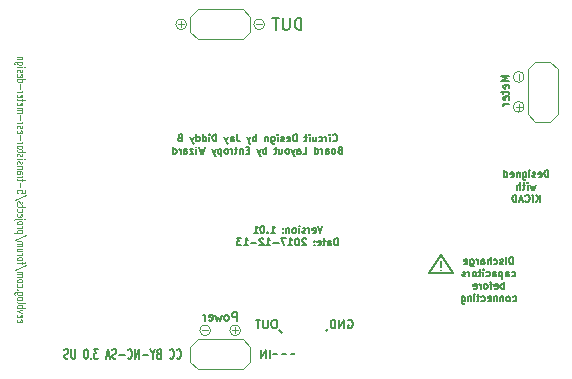
<source format=gbo>
G04 #@! TF.FileFunction,Legend,Bot*
%FSLAX46Y46*%
G04 Gerber Fmt 4.6, Leading zero omitted, Abs format (unit mm)*
G04 Created by KiCad (PCBNEW 4.0.6) date Wed Dec 13 01:07:51 2017*
%MOMM*%
%LPD*%
G01*
G04 APERTURE LIST*
%ADD10C,0.100000*%
%ADD11C,0.150000*%
%ADD12C,0.200000*%
%ADD13O,1.900000X1.300000*%
%ADD14R,1.900000X1.300000*%
%ADD15R,1.800000X1.800000*%
%ADD16C,1.800000*%
%ADD17C,4.200000*%
%ADD18C,1.400000*%
%ADD19R,1.400000X1.400000*%
%ADD20C,1.900000*%
%ADD21O,2.000000X1.900000*%
%ADD22O,1.900000X2.000000*%
%ADD23R,1.900000X1.900000*%
%ADD24O,1.900000X1.900000*%
%ADD25C,2.100000*%
%ADD26R,2.200000X2.200000*%
%ADD27C,2.200000*%
G04 APERTURE END LIST*
D10*
X137744905Y-93980000D02*
G75*
G03X137744905Y-93980000I-457905J0D01*
G01*
X137541000Y-93980000D02*
X137033000Y-93980000D01*
X131140905Y-93980000D02*
G75*
G03X131140905Y-93980000I-457905J0D01*
G01*
X130683000Y-93726000D02*
X130683000Y-94234000D01*
X130429000Y-93980000D02*
X130937000Y-93980000D01*
X132461000Y-119888000D02*
X132969000Y-119888000D01*
X133172905Y-119888000D02*
G75*
G03X133172905Y-119888000I-457905J0D01*
G01*
X135255000Y-120142000D02*
X135255000Y-119634000D01*
X135001000Y-119888000D02*
X135509000Y-119888000D01*
X135712905Y-119888000D02*
G75*
G03X135712905Y-119888000I-457905J0D01*
G01*
X159004000Y-100965000D02*
X159512000Y-100965000D01*
X159258000Y-100711000D02*
X159258000Y-101219000D01*
X159715905Y-100965000D02*
G75*
G03X159715905Y-100965000I-457905J0D01*
G01*
X159718852Y-98428346D02*
G75*
G03X159718852Y-98428346I-460498J0D01*
G01*
X159258000Y-98679000D02*
X159258000Y-98171000D01*
D11*
X140866667Y-94432381D02*
X140866667Y-93432381D01*
X140628572Y-93432381D01*
X140485714Y-93480000D01*
X140390476Y-93575238D01*
X140342857Y-93670476D01*
X140295238Y-93860952D01*
X140295238Y-94003810D01*
X140342857Y-94194286D01*
X140390476Y-94289524D01*
X140485714Y-94384762D01*
X140628572Y-94432381D01*
X140866667Y-94432381D01*
X139866667Y-93432381D02*
X139866667Y-94241905D01*
X139819048Y-94337143D01*
X139771429Y-94384762D01*
X139676191Y-94432381D01*
X139485714Y-94432381D01*
X139390476Y-94384762D01*
X139342857Y-94337143D01*
X139295238Y-94241905D01*
X139295238Y-93432381D01*
X138961905Y-93432381D02*
X138390476Y-93432381D01*
X138676191Y-94432381D02*
X138676191Y-93432381D01*
X142642857Y-111033429D02*
X142442857Y-111633429D01*
X142242857Y-111033429D01*
X141814285Y-111604857D02*
X141871428Y-111633429D01*
X141985714Y-111633429D01*
X142042857Y-111604857D01*
X142071428Y-111547714D01*
X142071428Y-111319143D01*
X142042857Y-111262000D01*
X141985714Y-111233429D01*
X141871428Y-111233429D01*
X141814285Y-111262000D01*
X141785714Y-111319143D01*
X141785714Y-111376286D01*
X142071428Y-111433429D01*
X141528571Y-111633429D02*
X141528571Y-111233429D01*
X141528571Y-111347714D02*
X141499999Y-111290571D01*
X141471428Y-111262000D01*
X141414285Y-111233429D01*
X141357142Y-111233429D01*
X141185713Y-111604857D02*
X141128570Y-111633429D01*
X141014285Y-111633429D01*
X140957142Y-111604857D01*
X140928570Y-111547714D01*
X140928570Y-111519143D01*
X140957142Y-111462000D01*
X141014285Y-111433429D01*
X141099999Y-111433429D01*
X141157142Y-111404857D01*
X141185713Y-111347714D01*
X141185713Y-111319143D01*
X141157142Y-111262000D01*
X141099999Y-111233429D01*
X141014285Y-111233429D01*
X140957142Y-111262000D01*
X140671428Y-111633429D02*
X140671428Y-111233429D01*
X140671428Y-111033429D02*
X140699999Y-111062000D01*
X140671428Y-111090571D01*
X140642856Y-111062000D01*
X140671428Y-111033429D01*
X140671428Y-111090571D01*
X140300000Y-111633429D02*
X140357142Y-111604857D01*
X140385714Y-111576286D01*
X140414285Y-111519143D01*
X140414285Y-111347714D01*
X140385714Y-111290571D01*
X140357142Y-111262000D01*
X140300000Y-111233429D01*
X140214285Y-111233429D01*
X140157142Y-111262000D01*
X140128571Y-111290571D01*
X140100000Y-111347714D01*
X140100000Y-111519143D01*
X140128571Y-111576286D01*
X140157142Y-111604857D01*
X140214285Y-111633429D01*
X140300000Y-111633429D01*
X139842857Y-111233429D02*
X139842857Y-111633429D01*
X139842857Y-111290571D02*
X139814285Y-111262000D01*
X139757143Y-111233429D01*
X139671428Y-111233429D01*
X139614285Y-111262000D01*
X139585714Y-111319143D01*
X139585714Y-111633429D01*
X139300000Y-111576286D02*
X139271428Y-111604857D01*
X139300000Y-111633429D01*
X139328571Y-111604857D01*
X139300000Y-111576286D01*
X139300000Y-111633429D01*
X139300000Y-111262000D02*
X139271428Y-111290571D01*
X139300000Y-111319143D01*
X139328571Y-111290571D01*
X139300000Y-111262000D01*
X139300000Y-111319143D01*
X138242857Y-111633429D02*
X138585714Y-111633429D01*
X138414286Y-111633429D02*
X138414286Y-111033429D01*
X138471429Y-111119143D01*
X138528571Y-111176286D01*
X138585714Y-111204857D01*
X137985714Y-111576286D02*
X137957142Y-111604857D01*
X137985714Y-111633429D01*
X138014285Y-111604857D01*
X137985714Y-111576286D01*
X137985714Y-111633429D01*
X137585714Y-111033429D02*
X137528571Y-111033429D01*
X137471428Y-111062000D01*
X137442857Y-111090571D01*
X137414286Y-111147714D01*
X137385714Y-111262000D01*
X137385714Y-111404857D01*
X137414286Y-111519143D01*
X137442857Y-111576286D01*
X137471428Y-111604857D01*
X137528571Y-111633429D01*
X137585714Y-111633429D01*
X137642857Y-111604857D01*
X137671428Y-111576286D01*
X137700000Y-111519143D01*
X137728571Y-111404857D01*
X137728571Y-111262000D01*
X137700000Y-111147714D01*
X137671428Y-111090571D01*
X137642857Y-111062000D01*
X137585714Y-111033429D01*
X136814285Y-111633429D02*
X137157142Y-111633429D01*
X136985714Y-111633429D02*
X136985714Y-111033429D01*
X137042857Y-111119143D01*
X137099999Y-111176286D01*
X137157142Y-111204857D01*
X143957144Y-112683429D02*
X143957144Y-112083429D01*
X143814287Y-112083429D01*
X143728572Y-112112000D01*
X143671430Y-112169143D01*
X143642858Y-112226286D01*
X143614287Y-112340571D01*
X143614287Y-112426286D01*
X143642858Y-112540571D01*
X143671430Y-112597714D01*
X143728572Y-112654857D01*
X143814287Y-112683429D01*
X143957144Y-112683429D01*
X143100001Y-112683429D02*
X143100001Y-112369143D01*
X143128572Y-112312000D01*
X143185715Y-112283429D01*
X143300001Y-112283429D01*
X143357144Y-112312000D01*
X143100001Y-112654857D02*
X143157144Y-112683429D01*
X143300001Y-112683429D01*
X143357144Y-112654857D01*
X143385715Y-112597714D01*
X143385715Y-112540571D01*
X143357144Y-112483429D01*
X143300001Y-112454857D01*
X143157144Y-112454857D01*
X143100001Y-112426286D01*
X142900001Y-112283429D02*
X142671430Y-112283429D01*
X142814287Y-112083429D02*
X142814287Y-112597714D01*
X142785715Y-112654857D01*
X142728573Y-112683429D01*
X142671430Y-112683429D01*
X142242858Y-112654857D02*
X142300001Y-112683429D01*
X142414287Y-112683429D01*
X142471430Y-112654857D01*
X142500001Y-112597714D01*
X142500001Y-112369143D01*
X142471430Y-112312000D01*
X142414287Y-112283429D01*
X142300001Y-112283429D01*
X142242858Y-112312000D01*
X142214287Y-112369143D01*
X142214287Y-112426286D01*
X142500001Y-112483429D01*
X141957144Y-112626286D02*
X141928572Y-112654857D01*
X141957144Y-112683429D01*
X141985715Y-112654857D01*
X141957144Y-112626286D01*
X141957144Y-112683429D01*
X141957144Y-112312000D02*
X141928572Y-112340571D01*
X141957144Y-112369143D01*
X141985715Y-112340571D01*
X141957144Y-112312000D01*
X141957144Y-112369143D01*
X141242858Y-112140571D02*
X141214287Y-112112000D01*
X141157144Y-112083429D01*
X141014287Y-112083429D01*
X140957144Y-112112000D01*
X140928573Y-112140571D01*
X140900001Y-112197714D01*
X140900001Y-112254857D01*
X140928573Y-112340571D01*
X141271430Y-112683429D01*
X140900001Y-112683429D01*
X140528572Y-112083429D02*
X140471429Y-112083429D01*
X140414286Y-112112000D01*
X140385715Y-112140571D01*
X140357144Y-112197714D01*
X140328572Y-112312000D01*
X140328572Y-112454857D01*
X140357144Y-112569143D01*
X140385715Y-112626286D01*
X140414286Y-112654857D01*
X140471429Y-112683429D01*
X140528572Y-112683429D01*
X140585715Y-112654857D01*
X140614286Y-112626286D01*
X140642858Y-112569143D01*
X140671429Y-112454857D01*
X140671429Y-112312000D01*
X140642858Y-112197714D01*
X140614286Y-112140571D01*
X140585715Y-112112000D01*
X140528572Y-112083429D01*
X139757143Y-112683429D02*
X140100000Y-112683429D01*
X139928572Y-112683429D02*
X139928572Y-112083429D01*
X139985715Y-112169143D01*
X140042857Y-112226286D01*
X140100000Y-112254857D01*
X139557143Y-112083429D02*
X139157143Y-112083429D01*
X139414286Y-112683429D01*
X138928571Y-112454857D02*
X138471428Y-112454857D01*
X137871428Y-112683429D02*
X138214285Y-112683429D01*
X138042857Y-112683429D02*
X138042857Y-112083429D01*
X138100000Y-112169143D01*
X138157142Y-112226286D01*
X138214285Y-112254857D01*
X137642856Y-112140571D02*
X137614285Y-112112000D01*
X137557142Y-112083429D01*
X137414285Y-112083429D01*
X137357142Y-112112000D01*
X137328571Y-112140571D01*
X137299999Y-112197714D01*
X137299999Y-112254857D01*
X137328571Y-112340571D01*
X137671428Y-112683429D01*
X137299999Y-112683429D01*
X137042856Y-112454857D02*
X136585713Y-112454857D01*
X135985713Y-112683429D02*
X136328570Y-112683429D01*
X136157142Y-112683429D02*
X136157142Y-112083429D01*
X136214285Y-112169143D01*
X136271427Y-112226286D01*
X136328570Y-112254857D01*
X135785713Y-112083429D02*
X135414284Y-112083429D01*
X135614284Y-112312000D01*
X135528570Y-112312000D01*
X135471427Y-112340571D01*
X135442856Y-112369143D01*
X135414284Y-112426286D01*
X135414284Y-112569143D01*
X135442856Y-112626286D01*
X135471427Y-112654857D01*
X135528570Y-112683429D01*
X135699998Y-112683429D01*
X135757141Y-112654857D01*
X135785713Y-112626286D01*
X158775143Y-114266429D02*
X158775143Y-113666429D01*
X158632286Y-113666429D01*
X158546571Y-113695000D01*
X158489429Y-113752143D01*
X158460857Y-113809286D01*
X158432286Y-113923571D01*
X158432286Y-114009286D01*
X158460857Y-114123571D01*
X158489429Y-114180714D01*
X158546571Y-114237857D01*
X158632286Y-114266429D01*
X158775143Y-114266429D01*
X158175143Y-114266429D02*
X158175143Y-113866429D01*
X158175143Y-113666429D02*
X158203714Y-113695000D01*
X158175143Y-113723571D01*
X158146571Y-113695000D01*
X158175143Y-113666429D01*
X158175143Y-113723571D01*
X157918000Y-114237857D02*
X157860857Y-114266429D01*
X157746572Y-114266429D01*
X157689429Y-114237857D01*
X157660857Y-114180714D01*
X157660857Y-114152143D01*
X157689429Y-114095000D01*
X157746572Y-114066429D01*
X157832286Y-114066429D01*
X157889429Y-114037857D01*
X157918000Y-113980714D01*
X157918000Y-113952143D01*
X157889429Y-113895000D01*
X157832286Y-113866429D01*
X157746572Y-113866429D01*
X157689429Y-113895000D01*
X157146572Y-114237857D02*
X157203715Y-114266429D01*
X157318001Y-114266429D01*
X157375143Y-114237857D01*
X157403715Y-114209286D01*
X157432286Y-114152143D01*
X157432286Y-113980714D01*
X157403715Y-113923571D01*
X157375143Y-113895000D01*
X157318001Y-113866429D01*
X157203715Y-113866429D01*
X157146572Y-113895000D01*
X156889429Y-114266429D02*
X156889429Y-113666429D01*
X156632286Y-114266429D02*
X156632286Y-113952143D01*
X156660857Y-113895000D01*
X156718000Y-113866429D01*
X156803715Y-113866429D01*
X156860857Y-113895000D01*
X156889429Y-113923571D01*
X156089429Y-114266429D02*
X156089429Y-113952143D01*
X156118000Y-113895000D01*
X156175143Y-113866429D01*
X156289429Y-113866429D01*
X156346572Y-113895000D01*
X156089429Y-114237857D02*
X156146572Y-114266429D01*
X156289429Y-114266429D01*
X156346572Y-114237857D01*
X156375143Y-114180714D01*
X156375143Y-114123571D01*
X156346572Y-114066429D01*
X156289429Y-114037857D01*
X156146572Y-114037857D01*
X156089429Y-114009286D01*
X155803715Y-114266429D02*
X155803715Y-113866429D01*
X155803715Y-113980714D02*
X155775143Y-113923571D01*
X155746572Y-113895000D01*
X155689429Y-113866429D01*
X155632286Y-113866429D01*
X155175143Y-113866429D02*
X155175143Y-114352143D01*
X155203714Y-114409286D01*
X155232286Y-114437857D01*
X155289429Y-114466429D01*
X155375143Y-114466429D01*
X155432286Y-114437857D01*
X155175143Y-114237857D02*
X155232286Y-114266429D01*
X155346572Y-114266429D01*
X155403714Y-114237857D01*
X155432286Y-114209286D01*
X155460857Y-114152143D01*
X155460857Y-113980714D01*
X155432286Y-113923571D01*
X155403714Y-113895000D01*
X155346572Y-113866429D01*
X155232286Y-113866429D01*
X155175143Y-113895000D01*
X154660857Y-114237857D02*
X154718000Y-114266429D01*
X154832286Y-114266429D01*
X154889429Y-114237857D01*
X154918000Y-114180714D01*
X154918000Y-113952143D01*
X154889429Y-113895000D01*
X154832286Y-113866429D01*
X154718000Y-113866429D01*
X154660857Y-113895000D01*
X154632286Y-113952143D01*
X154632286Y-114009286D01*
X154918000Y-114066429D01*
X158660857Y-115287857D02*
X158718000Y-115316429D01*
X158832286Y-115316429D01*
X158889428Y-115287857D01*
X158918000Y-115259286D01*
X158946571Y-115202143D01*
X158946571Y-115030714D01*
X158918000Y-114973571D01*
X158889428Y-114945000D01*
X158832286Y-114916429D01*
X158718000Y-114916429D01*
X158660857Y-114945000D01*
X158146571Y-115316429D02*
X158146571Y-115002143D01*
X158175142Y-114945000D01*
X158232285Y-114916429D01*
X158346571Y-114916429D01*
X158403714Y-114945000D01*
X158146571Y-115287857D02*
X158203714Y-115316429D01*
X158346571Y-115316429D01*
X158403714Y-115287857D01*
X158432285Y-115230714D01*
X158432285Y-115173571D01*
X158403714Y-115116429D01*
X158346571Y-115087857D01*
X158203714Y-115087857D01*
X158146571Y-115059286D01*
X157860857Y-114916429D02*
X157860857Y-115516429D01*
X157860857Y-114945000D02*
X157803714Y-114916429D01*
X157689428Y-114916429D01*
X157632285Y-114945000D01*
X157603714Y-114973571D01*
X157575143Y-115030714D01*
X157575143Y-115202143D01*
X157603714Y-115259286D01*
X157632285Y-115287857D01*
X157689428Y-115316429D01*
X157803714Y-115316429D01*
X157860857Y-115287857D01*
X157060857Y-115316429D02*
X157060857Y-115002143D01*
X157089428Y-114945000D01*
X157146571Y-114916429D01*
X157260857Y-114916429D01*
X157318000Y-114945000D01*
X157060857Y-115287857D02*
X157118000Y-115316429D01*
X157260857Y-115316429D01*
X157318000Y-115287857D01*
X157346571Y-115230714D01*
X157346571Y-115173571D01*
X157318000Y-115116429D01*
X157260857Y-115087857D01*
X157118000Y-115087857D01*
X157060857Y-115059286D01*
X156518000Y-115287857D02*
X156575143Y-115316429D01*
X156689429Y-115316429D01*
X156746571Y-115287857D01*
X156775143Y-115259286D01*
X156803714Y-115202143D01*
X156803714Y-115030714D01*
X156775143Y-114973571D01*
X156746571Y-114945000D01*
X156689429Y-114916429D01*
X156575143Y-114916429D01*
X156518000Y-114945000D01*
X156260857Y-115316429D02*
X156260857Y-114916429D01*
X156260857Y-114716429D02*
X156289428Y-114745000D01*
X156260857Y-114773571D01*
X156232285Y-114745000D01*
X156260857Y-114716429D01*
X156260857Y-114773571D01*
X156060857Y-114916429D02*
X155832286Y-114916429D01*
X155975143Y-114716429D02*
X155975143Y-115230714D01*
X155946571Y-115287857D01*
X155889429Y-115316429D01*
X155832286Y-115316429D01*
X155546572Y-115316429D02*
X155603714Y-115287857D01*
X155632286Y-115259286D01*
X155660857Y-115202143D01*
X155660857Y-115030714D01*
X155632286Y-114973571D01*
X155603714Y-114945000D01*
X155546572Y-114916429D01*
X155460857Y-114916429D01*
X155403714Y-114945000D01*
X155375143Y-114973571D01*
X155346572Y-115030714D01*
X155346572Y-115202143D01*
X155375143Y-115259286D01*
X155403714Y-115287857D01*
X155460857Y-115316429D01*
X155546572Y-115316429D01*
X155089429Y-115316429D02*
X155089429Y-114916429D01*
X155089429Y-115030714D02*
X155060857Y-114973571D01*
X155032286Y-114945000D01*
X154975143Y-114916429D01*
X154918000Y-114916429D01*
X154746571Y-115287857D02*
X154689428Y-115316429D01*
X154575143Y-115316429D01*
X154518000Y-115287857D01*
X154489428Y-115230714D01*
X154489428Y-115202143D01*
X154518000Y-115145000D01*
X154575143Y-115116429D01*
X154660857Y-115116429D01*
X154718000Y-115087857D01*
X154746571Y-115030714D01*
X154746571Y-115002143D01*
X154718000Y-114945000D01*
X154660857Y-114916429D01*
X154575143Y-114916429D01*
X154518000Y-114945000D01*
X157989429Y-116366429D02*
X157989429Y-115766429D01*
X157989429Y-115995000D02*
X157932286Y-115966429D01*
X157818000Y-115966429D01*
X157760857Y-115995000D01*
X157732286Y-116023571D01*
X157703715Y-116080714D01*
X157703715Y-116252143D01*
X157732286Y-116309286D01*
X157760857Y-116337857D01*
X157818000Y-116366429D01*
X157932286Y-116366429D01*
X157989429Y-116337857D01*
X157218000Y-116337857D02*
X157275143Y-116366429D01*
X157389429Y-116366429D01*
X157446572Y-116337857D01*
X157475143Y-116280714D01*
X157475143Y-116052143D01*
X157446572Y-115995000D01*
X157389429Y-115966429D01*
X157275143Y-115966429D01*
X157218000Y-115995000D01*
X157189429Y-116052143D01*
X157189429Y-116109286D01*
X157475143Y-116166429D01*
X157018000Y-115966429D02*
X156789429Y-115966429D01*
X156932286Y-116366429D02*
X156932286Y-115852143D01*
X156903714Y-115795000D01*
X156846572Y-115766429D01*
X156789429Y-115766429D01*
X156503715Y-116366429D02*
X156560857Y-116337857D01*
X156589429Y-116309286D01*
X156618000Y-116252143D01*
X156618000Y-116080714D01*
X156589429Y-116023571D01*
X156560857Y-115995000D01*
X156503715Y-115966429D01*
X156418000Y-115966429D01*
X156360857Y-115995000D01*
X156332286Y-116023571D01*
X156303715Y-116080714D01*
X156303715Y-116252143D01*
X156332286Y-116309286D01*
X156360857Y-116337857D01*
X156418000Y-116366429D01*
X156503715Y-116366429D01*
X156046572Y-116366429D02*
X156046572Y-115966429D01*
X156046572Y-116080714D02*
X156018000Y-116023571D01*
X155989429Y-115995000D01*
X155932286Y-115966429D01*
X155875143Y-115966429D01*
X155446571Y-116337857D02*
X155503714Y-116366429D01*
X155618000Y-116366429D01*
X155675143Y-116337857D01*
X155703714Y-116280714D01*
X155703714Y-116052143D01*
X155675143Y-115995000D01*
X155618000Y-115966429D01*
X155503714Y-115966429D01*
X155446571Y-115995000D01*
X155418000Y-116052143D01*
X155418000Y-116109286D01*
X155703714Y-116166429D01*
X158760857Y-117387857D02*
X158818000Y-117416429D01*
X158932286Y-117416429D01*
X158989428Y-117387857D01*
X159018000Y-117359286D01*
X159046571Y-117302143D01*
X159046571Y-117130714D01*
X159018000Y-117073571D01*
X158989428Y-117045000D01*
X158932286Y-117016429D01*
X158818000Y-117016429D01*
X158760857Y-117045000D01*
X158418000Y-117416429D02*
X158475142Y-117387857D01*
X158503714Y-117359286D01*
X158532285Y-117302143D01*
X158532285Y-117130714D01*
X158503714Y-117073571D01*
X158475142Y-117045000D01*
X158418000Y-117016429D01*
X158332285Y-117016429D01*
X158275142Y-117045000D01*
X158246571Y-117073571D01*
X158218000Y-117130714D01*
X158218000Y-117302143D01*
X158246571Y-117359286D01*
X158275142Y-117387857D01*
X158332285Y-117416429D01*
X158418000Y-117416429D01*
X157960857Y-117016429D02*
X157960857Y-117416429D01*
X157960857Y-117073571D02*
X157932285Y-117045000D01*
X157875143Y-117016429D01*
X157789428Y-117016429D01*
X157732285Y-117045000D01*
X157703714Y-117102143D01*
X157703714Y-117416429D01*
X157418000Y-117016429D02*
X157418000Y-117416429D01*
X157418000Y-117073571D02*
X157389428Y-117045000D01*
X157332286Y-117016429D01*
X157246571Y-117016429D01*
X157189428Y-117045000D01*
X157160857Y-117102143D01*
X157160857Y-117416429D01*
X156646571Y-117387857D02*
X156703714Y-117416429D01*
X156818000Y-117416429D01*
X156875143Y-117387857D01*
X156903714Y-117330714D01*
X156903714Y-117102143D01*
X156875143Y-117045000D01*
X156818000Y-117016429D01*
X156703714Y-117016429D01*
X156646571Y-117045000D01*
X156618000Y-117102143D01*
X156618000Y-117159286D01*
X156903714Y-117216429D01*
X156103714Y-117387857D02*
X156160857Y-117416429D01*
X156275143Y-117416429D01*
X156332285Y-117387857D01*
X156360857Y-117359286D01*
X156389428Y-117302143D01*
X156389428Y-117130714D01*
X156360857Y-117073571D01*
X156332285Y-117045000D01*
X156275143Y-117016429D01*
X156160857Y-117016429D01*
X156103714Y-117045000D01*
X155932285Y-117016429D02*
X155703714Y-117016429D01*
X155846571Y-116816429D02*
X155846571Y-117330714D01*
X155817999Y-117387857D01*
X155760857Y-117416429D01*
X155703714Y-117416429D01*
X155503714Y-117416429D02*
X155503714Y-117016429D01*
X155503714Y-116816429D02*
X155532285Y-116845000D01*
X155503714Y-116873571D01*
X155475142Y-116845000D01*
X155503714Y-116816429D01*
X155503714Y-116873571D01*
X155218000Y-117016429D02*
X155218000Y-117416429D01*
X155218000Y-117073571D02*
X155189428Y-117045000D01*
X155132286Y-117016429D01*
X155046571Y-117016429D01*
X154989428Y-117045000D01*
X154960857Y-117102143D01*
X154960857Y-117416429D01*
X154418000Y-117016429D02*
X154418000Y-117502143D01*
X154446571Y-117559286D01*
X154475143Y-117587857D01*
X154532286Y-117616429D01*
X154618000Y-117616429D01*
X154675143Y-117587857D01*
X154418000Y-117387857D02*
X154475143Y-117416429D01*
X154589429Y-117416429D01*
X154646571Y-117387857D01*
X154675143Y-117359286D01*
X154703714Y-117302143D01*
X154703714Y-117130714D01*
X154675143Y-117073571D01*
X154646571Y-117045000D01*
X154589429Y-117016429D01*
X154475143Y-117016429D01*
X154418000Y-117045000D01*
X152654000Y-113538000D02*
X153670000Y-115062000D01*
X153670000Y-115062000D02*
X151638000Y-115062000D01*
X152654000Y-114808000D02*
X152654000Y-114808000D01*
X152654000Y-114046000D02*
X152654000Y-114554000D01*
X151638000Y-115062000D02*
X152654000Y-113538000D01*
X158431667Y-98318001D02*
X157731667Y-98318001D01*
X158231667Y-98551334D01*
X157731667Y-98784667D01*
X158431667Y-98784667D01*
X158398333Y-99384667D02*
X158431667Y-99318001D01*
X158431667Y-99184667D01*
X158398333Y-99118001D01*
X158331667Y-99084667D01*
X158065000Y-99084667D01*
X157998333Y-99118001D01*
X157965000Y-99184667D01*
X157965000Y-99318001D01*
X157998333Y-99384667D01*
X158065000Y-99418001D01*
X158131667Y-99418001D01*
X158198333Y-99084667D01*
X157965000Y-99618001D02*
X157965000Y-99884667D01*
X157731667Y-99718001D02*
X158331667Y-99718001D01*
X158398333Y-99751334D01*
X158431667Y-99818001D01*
X158431667Y-99884667D01*
X158398333Y-100384667D02*
X158431667Y-100318001D01*
X158431667Y-100184667D01*
X158398333Y-100118001D01*
X158331667Y-100084667D01*
X158065000Y-100084667D01*
X157998333Y-100118001D01*
X157965000Y-100184667D01*
X157965000Y-100318001D01*
X157998333Y-100384667D01*
X158065000Y-100418001D01*
X158131667Y-100418001D01*
X158198333Y-100084667D01*
X158431667Y-100718001D02*
X157965000Y-100718001D01*
X158098333Y-100718001D02*
X158031667Y-100751334D01*
X157998333Y-100784667D01*
X157965000Y-100851334D01*
X157965000Y-100918001D01*
X135368332Y-119061667D02*
X135368332Y-118361667D01*
X135101666Y-118361667D01*
X135034999Y-118395000D01*
X135001666Y-118428333D01*
X134968332Y-118495000D01*
X134968332Y-118595000D01*
X135001666Y-118661667D01*
X135034999Y-118695000D01*
X135101666Y-118728333D01*
X135368332Y-118728333D01*
X134568332Y-119061667D02*
X134634999Y-119028333D01*
X134668332Y-118995000D01*
X134701666Y-118928333D01*
X134701666Y-118728333D01*
X134668332Y-118661667D01*
X134634999Y-118628333D01*
X134568332Y-118595000D01*
X134468332Y-118595000D01*
X134401666Y-118628333D01*
X134368332Y-118661667D01*
X134334999Y-118728333D01*
X134334999Y-118928333D01*
X134368332Y-118995000D01*
X134401666Y-119028333D01*
X134468332Y-119061667D01*
X134568332Y-119061667D01*
X134101666Y-118595000D02*
X133968333Y-119061667D01*
X133834999Y-118728333D01*
X133701666Y-119061667D01*
X133568333Y-118595000D01*
X133035000Y-119028333D02*
X133101666Y-119061667D01*
X133235000Y-119061667D01*
X133301666Y-119028333D01*
X133335000Y-118961667D01*
X133335000Y-118695000D01*
X133301666Y-118628333D01*
X133235000Y-118595000D01*
X133101666Y-118595000D01*
X133035000Y-118628333D01*
X133001666Y-118695000D01*
X133001666Y-118761667D01*
X133335000Y-118828333D01*
X132701666Y-119061667D02*
X132701666Y-118595000D01*
X132701666Y-118728333D02*
X132668333Y-118661667D01*
X132635000Y-118628333D01*
X132568333Y-118595000D01*
X132501666Y-118595000D01*
D12*
X138430000Y-121920000D02*
X138811000Y-121920000D01*
X139192000Y-121920000D02*
X139573000Y-121920000D01*
D11*
X161764428Y-106917429D02*
X161764428Y-106317429D01*
X161621571Y-106317429D01*
X161535856Y-106346000D01*
X161478714Y-106403143D01*
X161450142Y-106460286D01*
X161421571Y-106574571D01*
X161421571Y-106660286D01*
X161450142Y-106774571D01*
X161478714Y-106831714D01*
X161535856Y-106888857D01*
X161621571Y-106917429D01*
X161764428Y-106917429D01*
X160935856Y-106888857D02*
X160992999Y-106917429D01*
X161107285Y-106917429D01*
X161164428Y-106888857D01*
X161192999Y-106831714D01*
X161192999Y-106603143D01*
X161164428Y-106546000D01*
X161107285Y-106517429D01*
X160992999Y-106517429D01*
X160935856Y-106546000D01*
X160907285Y-106603143D01*
X160907285Y-106660286D01*
X161192999Y-106717429D01*
X160678713Y-106888857D02*
X160621570Y-106917429D01*
X160507285Y-106917429D01*
X160450142Y-106888857D01*
X160421570Y-106831714D01*
X160421570Y-106803143D01*
X160450142Y-106746000D01*
X160507285Y-106717429D01*
X160592999Y-106717429D01*
X160650142Y-106688857D01*
X160678713Y-106631714D01*
X160678713Y-106603143D01*
X160650142Y-106546000D01*
X160592999Y-106517429D01*
X160507285Y-106517429D01*
X160450142Y-106546000D01*
X160164428Y-106917429D02*
X160164428Y-106517429D01*
X160164428Y-106317429D02*
X160192999Y-106346000D01*
X160164428Y-106374571D01*
X160135856Y-106346000D01*
X160164428Y-106317429D01*
X160164428Y-106374571D01*
X159621571Y-106517429D02*
X159621571Y-107003143D01*
X159650142Y-107060286D01*
X159678714Y-107088857D01*
X159735857Y-107117429D01*
X159821571Y-107117429D01*
X159878714Y-107088857D01*
X159621571Y-106888857D02*
X159678714Y-106917429D01*
X159793000Y-106917429D01*
X159850142Y-106888857D01*
X159878714Y-106860286D01*
X159907285Y-106803143D01*
X159907285Y-106631714D01*
X159878714Y-106574571D01*
X159850142Y-106546000D01*
X159793000Y-106517429D01*
X159678714Y-106517429D01*
X159621571Y-106546000D01*
X159335857Y-106517429D02*
X159335857Y-106917429D01*
X159335857Y-106574571D02*
X159307285Y-106546000D01*
X159250143Y-106517429D01*
X159164428Y-106517429D01*
X159107285Y-106546000D01*
X159078714Y-106603143D01*
X159078714Y-106917429D01*
X158564428Y-106888857D02*
X158621571Y-106917429D01*
X158735857Y-106917429D01*
X158793000Y-106888857D01*
X158821571Y-106831714D01*
X158821571Y-106603143D01*
X158793000Y-106546000D01*
X158735857Y-106517429D01*
X158621571Y-106517429D01*
X158564428Y-106546000D01*
X158535857Y-106603143D01*
X158535857Y-106660286D01*
X158821571Y-106717429D01*
X158021571Y-106917429D02*
X158021571Y-106317429D01*
X158021571Y-106888857D02*
X158078714Y-106917429D01*
X158193000Y-106917429D01*
X158250142Y-106888857D01*
X158278714Y-106860286D01*
X158307285Y-106803143D01*
X158307285Y-106631714D01*
X158278714Y-106574571D01*
X158250142Y-106546000D01*
X158193000Y-106517429D01*
X158078714Y-106517429D01*
X158021571Y-106546000D01*
X160707285Y-107567429D02*
X160592999Y-107967429D01*
X160478713Y-107681714D01*
X160364428Y-107967429D01*
X160250142Y-107567429D01*
X160021571Y-107967429D02*
X160021571Y-107567429D01*
X160021571Y-107367429D02*
X160050142Y-107396000D01*
X160021571Y-107424571D01*
X159992999Y-107396000D01*
X160021571Y-107367429D01*
X160021571Y-107424571D01*
X159821571Y-107567429D02*
X159593000Y-107567429D01*
X159735857Y-107367429D02*
X159735857Y-107881714D01*
X159707285Y-107938857D01*
X159650143Y-107967429D01*
X159593000Y-107967429D01*
X159393000Y-107967429D02*
X159393000Y-107367429D01*
X159135857Y-107967429D02*
X159135857Y-107653143D01*
X159164428Y-107596000D01*
X159221571Y-107567429D01*
X159307286Y-107567429D01*
X159364428Y-107596000D01*
X159393000Y-107624571D01*
X161050143Y-109017429D02*
X161050143Y-108417429D01*
X160707286Y-109017429D02*
X160964429Y-108674571D01*
X160707286Y-108417429D02*
X161050143Y-108760286D01*
X160450143Y-109017429D02*
X160450143Y-108617429D01*
X160450143Y-108417429D02*
X160478714Y-108446000D01*
X160450143Y-108474571D01*
X160421571Y-108446000D01*
X160450143Y-108417429D01*
X160450143Y-108474571D01*
X159821572Y-108960286D02*
X159850143Y-108988857D01*
X159935857Y-109017429D01*
X159993000Y-109017429D01*
X160078715Y-108988857D01*
X160135857Y-108931714D01*
X160164429Y-108874571D01*
X160193000Y-108760286D01*
X160193000Y-108674571D01*
X160164429Y-108560286D01*
X160135857Y-108503143D01*
X160078715Y-108446000D01*
X159993000Y-108417429D01*
X159935857Y-108417429D01*
X159850143Y-108446000D01*
X159821572Y-108474571D01*
X159593000Y-108846000D02*
X159307286Y-108846000D01*
X159650143Y-109017429D02*
X159450143Y-108417429D01*
X159250143Y-109017429D01*
X159050143Y-109017429D02*
X159050143Y-108417429D01*
X158907286Y-108417429D01*
X158821571Y-108446000D01*
X158764429Y-108503143D01*
X158735857Y-108560286D01*
X158707286Y-108674571D01*
X158707286Y-108760286D01*
X158735857Y-108874571D01*
X158764429Y-108931714D01*
X158821571Y-108988857D01*
X158907286Y-109017429D01*
X159050143Y-109017429D01*
D12*
X143129000Y-119761000D02*
X142875000Y-120015000D01*
X138938000Y-119888000D02*
X139192000Y-120142000D01*
X139954000Y-121920000D02*
X140335000Y-121920000D01*
D11*
X144805333Y-119030000D02*
X144871999Y-118996667D01*
X144971999Y-118996667D01*
X145071999Y-119030000D01*
X145138666Y-119096667D01*
X145171999Y-119163333D01*
X145205333Y-119296667D01*
X145205333Y-119396667D01*
X145171999Y-119530000D01*
X145138666Y-119596667D01*
X145071999Y-119663333D01*
X144971999Y-119696667D01*
X144905333Y-119696667D01*
X144805333Y-119663333D01*
X144771999Y-119630000D01*
X144771999Y-119396667D01*
X144905333Y-119396667D01*
X144471999Y-119696667D02*
X144471999Y-118996667D01*
X144071999Y-119696667D01*
X144071999Y-118996667D01*
X143738666Y-119696667D02*
X143738666Y-118996667D01*
X143572000Y-118996667D01*
X143472000Y-119030000D01*
X143405333Y-119096667D01*
X143372000Y-119163333D01*
X143338666Y-119296667D01*
X143338666Y-119396667D01*
X143372000Y-119530000D01*
X143405333Y-119596667D01*
X143472000Y-119663333D01*
X143572000Y-119696667D01*
X143738666Y-119696667D01*
X138621999Y-118996667D02*
X138488666Y-118996667D01*
X138421999Y-119030000D01*
X138355332Y-119096667D01*
X138321999Y-119230000D01*
X138321999Y-119463333D01*
X138355332Y-119596667D01*
X138421999Y-119663333D01*
X138488666Y-119696667D01*
X138621999Y-119696667D01*
X138688666Y-119663333D01*
X138755332Y-119596667D01*
X138788666Y-119463333D01*
X138788666Y-119230000D01*
X138755332Y-119096667D01*
X138688666Y-119030000D01*
X138621999Y-118996667D01*
X138021999Y-118996667D02*
X138021999Y-119563333D01*
X137988666Y-119630000D01*
X137955333Y-119663333D01*
X137888666Y-119696667D01*
X137755333Y-119696667D01*
X137688666Y-119663333D01*
X137655333Y-119630000D01*
X137621999Y-119563333D01*
X137621999Y-118996667D01*
X137388666Y-118996667D02*
X136988666Y-118996667D01*
X137188666Y-119696667D02*
X137188666Y-118996667D01*
X138161666Y-122236667D02*
X138161666Y-121536667D01*
X137828333Y-122236667D02*
X137828333Y-121536667D01*
X137428333Y-122236667D01*
X137428333Y-121536667D01*
X130301429Y-122205714D02*
X130330000Y-122243810D01*
X130415714Y-122281905D01*
X130472857Y-122281905D01*
X130558572Y-122243810D01*
X130615714Y-122167619D01*
X130644286Y-122091429D01*
X130672857Y-121939048D01*
X130672857Y-121824762D01*
X130644286Y-121672381D01*
X130615714Y-121596190D01*
X130558572Y-121520000D01*
X130472857Y-121481905D01*
X130415714Y-121481905D01*
X130330000Y-121520000D01*
X130301429Y-121558095D01*
X129701429Y-122205714D02*
X129730000Y-122243810D01*
X129815714Y-122281905D01*
X129872857Y-122281905D01*
X129958572Y-122243810D01*
X130015714Y-122167619D01*
X130044286Y-122091429D01*
X130072857Y-121939048D01*
X130072857Y-121824762D01*
X130044286Y-121672381D01*
X130015714Y-121596190D01*
X129958572Y-121520000D01*
X129872857Y-121481905D01*
X129815714Y-121481905D01*
X129730000Y-121520000D01*
X129701429Y-121558095D01*
X128787143Y-121862857D02*
X128701429Y-121900952D01*
X128672857Y-121939048D01*
X128644286Y-122015238D01*
X128644286Y-122129524D01*
X128672857Y-122205714D01*
X128701429Y-122243810D01*
X128758571Y-122281905D01*
X128987143Y-122281905D01*
X128987143Y-121481905D01*
X128787143Y-121481905D01*
X128730000Y-121520000D01*
X128701429Y-121558095D01*
X128672857Y-121634286D01*
X128672857Y-121710476D01*
X128701429Y-121786667D01*
X128730000Y-121824762D01*
X128787143Y-121862857D01*
X128987143Y-121862857D01*
X128272857Y-121900952D02*
X128272857Y-122281905D01*
X128472857Y-121481905D02*
X128272857Y-121900952D01*
X128072857Y-121481905D01*
X127872857Y-121977143D02*
X127415714Y-121977143D01*
X127130000Y-122281905D02*
X127130000Y-121481905D01*
X126787143Y-122281905D01*
X126787143Y-121481905D01*
X126158572Y-122205714D02*
X126187143Y-122243810D01*
X126272857Y-122281905D01*
X126330000Y-122281905D01*
X126415715Y-122243810D01*
X126472857Y-122167619D01*
X126501429Y-122091429D01*
X126530000Y-121939048D01*
X126530000Y-121824762D01*
X126501429Y-121672381D01*
X126472857Y-121596190D01*
X126415715Y-121520000D01*
X126330000Y-121481905D01*
X126272857Y-121481905D01*
X126187143Y-121520000D01*
X126158572Y-121558095D01*
X125901429Y-121977143D02*
X125444286Y-121977143D01*
X125187143Y-122243810D02*
X125101429Y-122281905D01*
X124958572Y-122281905D01*
X124901429Y-122243810D01*
X124872858Y-122205714D01*
X124844286Y-122129524D01*
X124844286Y-122053333D01*
X124872858Y-121977143D01*
X124901429Y-121939048D01*
X124958572Y-121900952D01*
X125072858Y-121862857D01*
X125130000Y-121824762D01*
X125158572Y-121786667D01*
X125187143Y-121710476D01*
X125187143Y-121634286D01*
X125158572Y-121558095D01*
X125130000Y-121520000D01*
X125072858Y-121481905D01*
X124930000Y-121481905D01*
X124844286Y-121520000D01*
X124615714Y-122053333D02*
X124330000Y-122053333D01*
X124672857Y-122281905D02*
X124472857Y-121481905D01*
X124272857Y-122281905D01*
X123672857Y-121481905D02*
X123301428Y-121481905D01*
X123501428Y-121786667D01*
X123415714Y-121786667D01*
X123358571Y-121824762D01*
X123330000Y-121862857D01*
X123301428Y-121939048D01*
X123301428Y-122129524D01*
X123330000Y-122205714D01*
X123358571Y-122243810D01*
X123415714Y-122281905D01*
X123587142Y-122281905D01*
X123644285Y-122243810D01*
X123672857Y-122205714D01*
X123044285Y-122205714D02*
X123015713Y-122243810D01*
X123044285Y-122281905D01*
X123072856Y-122243810D01*
X123044285Y-122205714D01*
X123044285Y-122281905D01*
X122644285Y-121481905D02*
X122587142Y-121481905D01*
X122529999Y-121520000D01*
X122501428Y-121558095D01*
X122472857Y-121634286D01*
X122444285Y-121786667D01*
X122444285Y-121977143D01*
X122472857Y-122129524D01*
X122501428Y-122205714D01*
X122529999Y-122243810D01*
X122587142Y-122281905D01*
X122644285Y-122281905D01*
X122701428Y-122243810D01*
X122729999Y-122205714D01*
X122758571Y-122129524D01*
X122787142Y-121977143D01*
X122787142Y-121786667D01*
X122758571Y-121634286D01*
X122729999Y-121558095D01*
X122701428Y-121520000D01*
X122644285Y-121481905D01*
X121729999Y-121481905D02*
X121729999Y-122129524D01*
X121701427Y-122205714D01*
X121672856Y-122243810D01*
X121615713Y-122281905D01*
X121501427Y-122281905D01*
X121444285Y-122243810D01*
X121415713Y-122205714D01*
X121387142Y-122129524D01*
X121387142Y-121481905D01*
X121129999Y-122243810D02*
X121044285Y-122281905D01*
X120901428Y-122281905D01*
X120844285Y-122243810D01*
X120815714Y-122205714D01*
X120787142Y-122129524D01*
X120787142Y-122053333D01*
X120815714Y-121977143D01*
X120844285Y-121939048D01*
X120901428Y-121900952D01*
X121015714Y-121862857D01*
X121072856Y-121824762D01*
X121101428Y-121786667D01*
X121129999Y-121710476D01*
X121129999Y-121634286D01*
X121101428Y-121558095D01*
X121072856Y-121520000D01*
X121015714Y-121481905D01*
X120872856Y-121481905D01*
X120787142Y-121520000D01*
D10*
X116810667Y-118990003D02*
X116777333Y-119035717D01*
X116777333Y-119127146D01*
X116810667Y-119172860D01*
X116877333Y-119195717D01*
X117144000Y-119195717D01*
X117210667Y-119172860D01*
X117244000Y-119127146D01*
X117244000Y-119035717D01*
X117210667Y-118990003D01*
X117144000Y-118967146D01*
X117077333Y-118967146D01*
X117010667Y-119195717D01*
X116810667Y-118578574D02*
X116777333Y-118624288D01*
X116777333Y-118715717D01*
X116810667Y-118761431D01*
X116877333Y-118784288D01*
X117144000Y-118784288D01*
X117210667Y-118761431D01*
X117244000Y-118715717D01*
X117244000Y-118624288D01*
X117210667Y-118578574D01*
X117144000Y-118555717D01*
X117077333Y-118555717D01*
X117010667Y-118784288D01*
X117244000Y-118395717D02*
X116777333Y-118281431D01*
X117244000Y-118167145D01*
X116777333Y-117984288D02*
X117477333Y-117984288D01*
X117210667Y-117984288D02*
X117244000Y-117938574D01*
X117244000Y-117847145D01*
X117210667Y-117801431D01*
X117177333Y-117778574D01*
X117110667Y-117755717D01*
X116910667Y-117755717D01*
X116844000Y-117778574D01*
X116810667Y-117801431D01*
X116777333Y-117847145D01*
X116777333Y-117938574D01*
X116810667Y-117984288D01*
X116777333Y-117481431D02*
X116810667Y-117527145D01*
X116877333Y-117550002D01*
X117477333Y-117550002D01*
X116777333Y-117230002D02*
X116810667Y-117275716D01*
X116844000Y-117298573D01*
X116910667Y-117321430D01*
X117110667Y-117321430D01*
X117177333Y-117298573D01*
X117210667Y-117275716D01*
X117244000Y-117230002D01*
X117244000Y-117161430D01*
X117210667Y-117115716D01*
X117177333Y-117092859D01*
X117110667Y-117070002D01*
X116910667Y-117070002D01*
X116844000Y-117092859D01*
X116810667Y-117115716D01*
X116777333Y-117161430D01*
X116777333Y-117230002D01*
X117244000Y-116658573D02*
X116677333Y-116658573D01*
X116610667Y-116681430D01*
X116577333Y-116704287D01*
X116544000Y-116750002D01*
X116544000Y-116818573D01*
X116577333Y-116864287D01*
X116810667Y-116658573D02*
X116777333Y-116704287D01*
X116777333Y-116795716D01*
X116810667Y-116841430D01*
X116844000Y-116864287D01*
X116910667Y-116887144D01*
X117110667Y-116887144D01*
X117177333Y-116864287D01*
X117210667Y-116841430D01*
X117244000Y-116795716D01*
X117244000Y-116704287D01*
X117210667Y-116658573D01*
X116844000Y-116430001D02*
X116810667Y-116407144D01*
X116777333Y-116430001D01*
X116810667Y-116452858D01*
X116844000Y-116430001D01*
X116777333Y-116430001D01*
X116810667Y-115995716D02*
X116777333Y-116041430D01*
X116777333Y-116132859D01*
X116810667Y-116178573D01*
X116844000Y-116201430D01*
X116910667Y-116224287D01*
X117110667Y-116224287D01*
X117177333Y-116201430D01*
X117210667Y-116178573D01*
X117244000Y-116132859D01*
X117244000Y-116041430D01*
X117210667Y-115995716D01*
X116777333Y-115721430D02*
X116810667Y-115767144D01*
X116844000Y-115790001D01*
X116910667Y-115812858D01*
X117110667Y-115812858D01*
X117177333Y-115790001D01*
X117210667Y-115767144D01*
X117244000Y-115721430D01*
X117244000Y-115652858D01*
X117210667Y-115607144D01*
X117177333Y-115584287D01*
X117110667Y-115561430D01*
X116910667Y-115561430D01*
X116844000Y-115584287D01*
X116810667Y-115607144D01*
X116777333Y-115652858D01*
X116777333Y-115721430D01*
X116777333Y-115355715D02*
X117244000Y-115355715D01*
X117177333Y-115355715D02*
X117210667Y-115332858D01*
X117244000Y-115287144D01*
X117244000Y-115218572D01*
X117210667Y-115172858D01*
X117144000Y-115150001D01*
X116777333Y-115150001D01*
X117144000Y-115150001D02*
X117210667Y-115127144D01*
X117244000Y-115081430D01*
X117244000Y-115012858D01*
X117210667Y-114967144D01*
X117144000Y-114944287D01*
X116777333Y-114944287D01*
X117510667Y-114372858D02*
X116610667Y-114784287D01*
X117244000Y-114281430D02*
X117244000Y-114098573D01*
X116777333Y-114212858D02*
X117377333Y-114212858D01*
X117444000Y-114190001D01*
X117477333Y-114144287D01*
X117477333Y-114098573D01*
X116777333Y-113870001D02*
X116810667Y-113915715D01*
X116844000Y-113938572D01*
X116910667Y-113961429D01*
X117110667Y-113961429D01*
X117177333Y-113938572D01*
X117210667Y-113915715D01*
X117244000Y-113870001D01*
X117244000Y-113801429D01*
X117210667Y-113755715D01*
X117177333Y-113732858D01*
X117110667Y-113710001D01*
X116910667Y-113710001D01*
X116844000Y-113732858D01*
X116810667Y-113755715D01*
X116777333Y-113801429D01*
X116777333Y-113870001D01*
X116777333Y-113504286D02*
X117244000Y-113504286D01*
X117110667Y-113504286D02*
X117177333Y-113481429D01*
X117210667Y-113458572D01*
X117244000Y-113412858D01*
X117244000Y-113367143D01*
X117244000Y-113001429D02*
X116777333Y-113001429D01*
X117244000Y-113207143D02*
X116877333Y-113207143D01*
X116810667Y-113184286D01*
X116777333Y-113138572D01*
X116777333Y-113070000D01*
X116810667Y-113024286D01*
X116844000Y-113001429D01*
X116777333Y-112772857D02*
X117244000Y-112772857D01*
X117177333Y-112772857D02*
X117210667Y-112750000D01*
X117244000Y-112704286D01*
X117244000Y-112635714D01*
X117210667Y-112590000D01*
X117144000Y-112567143D01*
X116777333Y-112567143D01*
X117144000Y-112567143D02*
X117210667Y-112544286D01*
X117244000Y-112498572D01*
X117244000Y-112430000D01*
X117210667Y-112384286D01*
X117144000Y-112361429D01*
X116777333Y-112361429D01*
X117510667Y-111790000D02*
X116610667Y-112201429D01*
X117244000Y-111630000D02*
X116544000Y-111630000D01*
X117210667Y-111630000D02*
X117244000Y-111584286D01*
X117244000Y-111492857D01*
X117210667Y-111447143D01*
X117177333Y-111424286D01*
X117110667Y-111401429D01*
X116910667Y-111401429D01*
X116844000Y-111424286D01*
X116810667Y-111447143D01*
X116777333Y-111492857D01*
X116777333Y-111584286D01*
X116810667Y-111630000D01*
X116777333Y-111195714D02*
X117244000Y-111195714D01*
X117110667Y-111195714D02*
X117177333Y-111172857D01*
X117210667Y-111150000D01*
X117244000Y-111104286D01*
X117244000Y-111058571D01*
X116777333Y-110830000D02*
X116810667Y-110875714D01*
X116844000Y-110898571D01*
X116910667Y-110921428D01*
X117110667Y-110921428D01*
X117177333Y-110898571D01*
X117210667Y-110875714D01*
X117244000Y-110830000D01*
X117244000Y-110761428D01*
X117210667Y-110715714D01*
X117177333Y-110692857D01*
X117110667Y-110670000D01*
X116910667Y-110670000D01*
X116844000Y-110692857D01*
X116810667Y-110715714D01*
X116777333Y-110761428D01*
X116777333Y-110830000D01*
X117244000Y-110464285D02*
X116644000Y-110464285D01*
X116577333Y-110487142D01*
X116544000Y-110532857D01*
X116544000Y-110555714D01*
X117477333Y-110464285D02*
X117444000Y-110487142D01*
X117410667Y-110464285D01*
X117444000Y-110441428D01*
X117477333Y-110464285D01*
X117410667Y-110464285D01*
X116810667Y-110052857D02*
X116777333Y-110098571D01*
X116777333Y-110190000D01*
X116810667Y-110235714D01*
X116877333Y-110258571D01*
X117144000Y-110258571D01*
X117210667Y-110235714D01*
X117244000Y-110190000D01*
X117244000Y-110098571D01*
X117210667Y-110052857D01*
X117144000Y-110030000D01*
X117077333Y-110030000D01*
X117010667Y-110258571D01*
X116810667Y-109618571D02*
X116777333Y-109664285D01*
X116777333Y-109755714D01*
X116810667Y-109801428D01*
X116844000Y-109824285D01*
X116910667Y-109847142D01*
X117110667Y-109847142D01*
X117177333Y-109824285D01*
X117210667Y-109801428D01*
X117244000Y-109755714D01*
X117244000Y-109664285D01*
X117210667Y-109618571D01*
X117244000Y-109481428D02*
X117244000Y-109298571D01*
X117477333Y-109412856D02*
X116877333Y-109412856D01*
X116810667Y-109389999D01*
X116777333Y-109344285D01*
X116777333Y-109298571D01*
X116810667Y-109161427D02*
X116777333Y-109115713D01*
X116777333Y-109024285D01*
X116810667Y-108978570D01*
X116877333Y-108955713D01*
X116910667Y-108955713D01*
X116977333Y-108978570D01*
X117010667Y-109024285D01*
X117010667Y-109092856D01*
X117044000Y-109138570D01*
X117110667Y-109161427D01*
X117144000Y-109161427D01*
X117210667Y-109138570D01*
X117244000Y-109092856D01*
X117244000Y-109024285D01*
X117210667Y-108978570D01*
X117510667Y-108407142D02*
X116610667Y-108818571D01*
X117477333Y-108018571D02*
X117477333Y-108247142D01*
X117144000Y-108269999D01*
X117177333Y-108247142D01*
X117210667Y-108201428D01*
X117210667Y-108087142D01*
X117177333Y-108041428D01*
X117144000Y-108018571D01*
X117077333Y-107995714D01*
X116910667Y-107995714D01*
X116844000Y-108018571D01*
X116810667Y-108041428D01*
X116777333Y-108087142D01*
X116777333Y-108201428D01*
X116810667Y-108247142D01*
X116844000Y-108269999D01*
X117044000Y-107789999D02*
X117044000Y-107424285D01*
X117244000Y-107264285D02*
X117244000Y-107081428D01*
X117477333Y-107195713D02*
X116877333Y-107195713D01*
X116810667Y-107172856D01*
X116777333Y-107127142D01*
X116777333Y-107081428D01*
X116777333Y-106921427D02*
X117244000Y-106921427D01*
X117110667Y-106921427D02*
X117177333Y-106898570D01*
X117210667Y-106875713D01*
X117244000Y-106829999D01*
X117244000Y-106784284D01*
X116777333Y-106418570D02*
X117144000Y-106418570D01*
X117210667Y-106441427D01*
X117244000Y-106487141D01*
X117244000Y-106578570D01*
X117210667Y-106624284D01*
X116810667Y-106418570D02*
X116777333Y-106464284D01*
X116777333Y-106578570D01*
X116810667Y-106624284D01*
X116877333Y-106647141D01*
X116944000Y-106647141D01*
X117010667Y-106624284D01*
X117044000Y-106578570D01*
X117044000Y-106464284D01*
X117077333Y-106418570D01*
X117244000Y-106189998D02*
X116777333Y-106189998D01*
X117177333Y-106189998D02*
X117210667Y-106167141D01*
X117244000Y-106121427D01*
X117244000Y-106052855D01*
X117210667Y-106007141D01*
X117144000Y-105984284D01*
X116777333Y-105984284D01*
X116810667Y-105778569D02*
X116777333Y-105732855D01*
X116777333Y-105641427D01*
X116810667Y-105595712D01*
X116877333Y-105572855D01*
X116910667Y-105572855D01*
X116977333Y-105595712D01*
X117010667Y-105641427D01*
X117010667Y-105709998D01*
X117044000Y-105755712D01*
X117110667Y-105778569D01*
X117144000Y-105778569D01*
X117210667Y-105755712D01*
X117244000Y-105709998D01*
X117244000Y-105641427D01*
X117210667Y-105595712D01*
X116777333Y-105367141D02*
X117244000Y-105367141D01*
X117477333Y-105367141D02*
X117444000Y-105389998D01*
X117410667Y-105367141D01*
X117444000Y-105344284D01*
X117477333Y-105367141D01*
X117410667Y-105367141D01*
X116810667Y-105161427D02*
X116777333Y-105115713D01*
X116777333Y-105024285D01*
X116810667Y-104978570D01*
X116877333Y-104955713D01*
X116910667Y-104955713D01*
X116977333Y-104978570D01*
X117010667Y-105024285D01*
X117010667Y-105092856D01*
X117044000Y-105138570D01*
X117110667Y-105161427D01*
X117144000Y-105161427D01*
X117210667Y-105138570D01*
X117244000Y-105092856D01*
X117244000Y-105024285D01*
X117210667Y-104978570D01*
X117244000Y-104818571D02*
X117244000Y-104635714D01*
X117477333Y-104749999D02*
X116877333Y-104749999D01*
X116810667Y-104727142D01*
X116777333Y-104681428D01*
X116777333Y-104635714D01*
X116777333Y-104407142D02*
X116810667Y-104452856D01*
X116844000Y-104475713D01*
X116910667Y-104498570D01*
X117110667Y-104498570D01*
X117177333Y-104475713D01*
X117210667Y-104452856D01*
X117244000Y-104407142D01*
X117244000Y-104338570D01*
X117210667Y-104292856D01*
X117177333Y-104269999D01*
X117110667Y-104247142D01*
X116910667Y-104247142D01*
X116844000Y-104269999D01*
X116810667Y-104292856D01*
X116777333Y-104338570D01*
X116777333Y-104407142D01*
X116777333Y-104041427D02*
X117244000Y-104041427D01*
X117110667Y-104041427D02*
X117177333Y-104018570D01*
X117210667Y-103995713D01*
X117244000Y-103949999D01*
X117244000Y-103904284D01*
X117044000Y-103744284D02*
X117044000Y-103378570D01*
X116810667Y-102967141D02*
X116777333Y-103012855D01*
X116777333Y-103104284D01*
X116810667Y-103149998D01*
X116877333Y-103172855D01*
X117144000Y-103172855D01*
X117210667Y-103149998D01*
X117244000Y-103104284D01*
X117244000Y-103012855D01*
X117210667Y-102967141D01*
X117144000Y-102944284D01*
X117077333Y-102944284D01*
X117010667Y-103172855D01*
X116810667Y-102761426D02*
X116777333Y-102715712D01*
X116777333Y-102624284D01*
X116810667Y-102578569D01*
X116877333Y-102555712D01*
X116910667Y-102555712D01*
X116977333Y-102578569D01*
X117010667Y-102624284D01*
X117010667Y-102692855D01*
X117044000Y-102738569D01*
X117110667Y-102761426D01*
X117144000Y-102761426D01*
X117210667Y-102738569D01*
X117244000Y-102692855D01*
X117244000Y-102624284D01*
X117210667Y-102578569D01*
X116777333Y-102349998D02*
X117244000Y-102349998D01*
X117110667Y-102349998D02*
X117177333Y-102327141D01*
X117210667Y-102304284D01*
X117244000Y-102258570D01*
X117244000Y-102212855D01*
X117044000Y-102052855D02*
X117044000Y-101687141D01*
X116777333Y-101458569D02*
X117244000Y-101458569D01*
X117177333Y-101458569D02*
X117210667Y-101435712D01*
X117244000Y-101389998D01*
X117244000Y-101321426D01*
X117210667Y-101275712D01*
X117144000Y-101252855D01*
X116777333Y-101252855D01*
X117144000Y-101252855D02*
X117210667Y-101229998D01*
X117244000Y-101184284D01*
X117244000Y-101115712D01*
X117210667Y-101069998D01*
X117144000Y-101047141D01*
X116777333Y-101047141D01*
X116810667Y-100635712D02*
X116777333Y-100681426D01*
X116777333Y-100772855D01*
X116810667Y-100818569D01*
X116877333Y-100841426D01*
X117144000Y-100841426D01*
X117210667Y-100818569D01*
X117244000Y-100772855D01*
X117244000Y-100681426D01*
X117210667Y-100635712D01*
X117144000Y-100612855D01*
X117077333Y-100612855D01*
X117010667Y-100841426D01*
X117244000Y-100475712D02*
X117244000Y-100292855D01*
X117477333Y-100407140D02*
X116877333Y-100407140D01*
X116810667Y-100384283D01*
X116777333Y-100338569D01*
X116777333Y-100292855D01*
X116810667Y-99949997D02*
X116777333Y-99995711D01*
X116777333Y-100087140D01*
X116810667Y-100132854D01*
X116877333Y-100155711D01*
X117144000Y-100155711D01*
X117210667Y-100132854D01*
X117244000Y-100087140D01*
X117244000Y-99995711D01*
X117210667Y-99949997D01*
X117144000Y-99927140D01*
X117077333Y-99927140D01*
X117010667Y-100155711D01*
X116777333Y-99721425D02*
X117244000Y-99721425D01*
X117110667Y-99721425D02*
X117177333Y-99698568D01*
X117210667Y-99675711D01*
X117244000Y-99629997D01*
X117244000Y-99584282D01*
X117044000Y-99424282D02*
X117044000Y-99058568D01*
X116777333Y-98624282D02*
X117477333Y-98624282D01*
X116810667Y-98624282D02*
X116777333Y-98669996D01*
X116777333Y-98761425D01*
X116810667Y-98807139D01*
X116844000Y-98829996D01*
X116910667Y-98852853D01*
X117110667Y-98852853D01*
X117177333Y-98829996D01*
X117210667Y-98807139D01*
X117244000Y-98761425D01*
X117244000Y-98669996D01*
X117210667Y-98624282D01*
X116810667Y-98212853D02*
X116777333Y-98258567D01*
X116777333Y-98349996D01*
X116810667Y-98395710D01*
X116877333Y-98418567D01*
X117144000Y-98418567D01*
X117210667Y-98395710D01*
X117244000Y-98349996D01*
X117244000Y-98258567D01*
X117210667Y-98212853D01*
X117144000Y-98189996D01*
X117077333Y-98189996D01*
X117010667Y-98418567D01*
X116810667Y-98007138D02*
X116777333Y-97961424D01*
X116777333Y-97869996D01*
X116810667Y-97824281D01*
X116877333Y-97801424D01*
X116910667Y-97801424D01*
X116977333Y-97824281D01*
X117010667Y-97869996D01*
X117010667Y-97938567D01*
X117044000Y-97984281D01*
X117110667Y-98007138D01*
X117144000Y-98007138D01*
X117210667Y-97984281D01*
X117244000Y-97938567D01*
X117244000Y-97869996D01*
X117210667Y-97824281D01*
X116777333Y-97595710D02*
X117244000Y-97595710D01*
X117477333Y-97595710D02*
X117444000Y-97618567D01*
X117410667Y-97595710D01*
X117444000Y-97572853D01*
X117477333Y-97595710D01*
X117410667Y-97595710D01*
X117244000Y-97161425D02*
X116677333Y-97161425D01*
X116610667Y-97184282D01*
X116577333Y-97207139D01*
X116544000Y-97252854D01*
X116544000Y-97321425D01*
X116577333Y-97367139D01*
X116810667Y-97161425D02*
X116777333Y-97207139D01*
X116777333Y-97298568D01*
X116810667Y-97344282D01*
X116844000Y-97367139D01*
X116910667Y-97389996D01*
X117110667Y-97389996D01*
X117177333Y-97367139D01*
X117210667Y-97344282D01*
X117244000Y-97298568D01*
X117244000Y-97207139D01*
X117210667Y-97161425D01*
X117244000Y-96932853D02*
X116777333Y-96932853D01*
X117177333Y-96932853D02*
X117210667Y-96909996D01*
X117244000Y-96864282D01*
X117244000Y-96795710D01*
X117210667Y-96749996D01*
X117144000Y-96727139D01*
X116777333Y-96727139D01*
D11*
X143517143Y-103829286D02*
X143545714Y-103857857D01*
X143631428Y-103886429D01*
X143688571Y-103886429D01*
X143774286Y-103857857D01*
X143831428Y-103800714D01*
X143860000Y-103743571D01*
X143888571Y-103629286D01*
X143888571Y-103543571D01*
X143860000Y-103429286D01*
X143831428Y-103372143D01*
X143774286Y-103315000D01*
X143688571Y-103286429D01*
X143631428Y-103286429D01*
X143545714Y-103315000D01*
X143517143Y-103343571D01*
X143260000Y-103886429D02*
X143260000Y-103486429D01*
X143260000Y-103286429D02*
X143288571Y-103315000D01*
X143260000Y-103343571D01*
X143231428Y-103315000D01*
X143260000Y-103286429D01*
X143260000Y-103343571D01*
X142974286Y-103886429D02*
X142974286Y-103486429D01*
X142974286Y-103600714D02*
X142945714Y-103543571D01*
X142917143Y-103515000D01*
X142860000Y-103486429D01*
X142802857Y-103486429D01*
X142345714Y-103857857D02*
X142402857Y-103886429D01*
X142517143Y-103886429D01*
X142574285Y-103857857D01*
X142602857Y-103829286D01*
X142631428Y-103772143D01*
X142631428Y-103600714D01*
X142602857Y-103543571D01*
X142574285Y-103515000D01*
X142517143Y-103486429D01*
X142402857Y-103486429D01*
X142345714Y-103515000D01*
X141831428Y-103486429D02*
X141831428Y-103886429D01*
X142088571Y-103486429D02*
X142088571Y-103800714D01*
X142059999Y-103857857D01*
X142002857Y-103886429D01*
X141917142Y-103886429D01*
X141859999Y-103857857D01*
X141831428Y-103829286D01*
X141545714Y-103886429D02*
X141545714Y-103486429D01*
X141545714Y-103286429D02*
X141574285Y-103315000D01*
X141545714Y-103343571D01*
X141517142Y-103315000D01*
X141545714Y-103286429D01*
X141545714Y-103343571D01*
X141345714Y-103486429D02*
X141117143Y-103486429D01*
X141260000Y-103286429D02*
X141260000Y-103800714D01*
X141231428Y-103857857D01*
X141174286Y-103886429D01*
X141117143Y-103886429D01*
X140460000Y-103886429D02*
X140460000Y-103286429D01*
X140317143Y-103286429D01*
X140231428Y-103315000D01*
X140174286Y-103372143D01*
X140145714Y-103429286D01*
X140117143Y-103543571D01*
X140117143Y-103629286D01*
X140145714Y-103743571D01*
X140174286Y-103800714D01*
X140231428Y-103857857D01*
X140317143Y-103886429D01*
X140460000Y-103886429D01*
X139631428Y-103857857D02*
X139688571Y-103886429D01*
X139802857Y-103886429D01*
X139860000Y-103857857D01*
X139888571Y-103800714D01*
X139888571Y-103572143D01*
X139860000Y-103515000D01*
X139802857Y-103486429D01*
X139688571Y-103486429D01*
X139631428Y-103515000D01*
X139602857Y-103572143D01*
X139602857Y-103629286D01*
X139888571Y-103686429D01*
X139374285Y-103857857D02*
X139317142Y-103886429D01*
X139202857Y-103886429D01*
X139145714Y-103857857D01*
X139117142Y-103800714D01*
X139117142Y-103772143D01*
X139145714Y-103715000D01*
X139202857Y-103686429D01*
X139288571Y-103686429D01*
X139345714Y-103657857D01*
X139374285Y-103600714D01*
X139374285Y-103572143D01*
X139345714Y-103515000D01*
X139288571Y-103486429D01*
X139202857Y-103486429D01*
X139145714Y-103515000D01*
X138860000Y-103886429D02*
X138860000Y-103486429D01*
X138860000Y-103286429D02*
X138888571Y-103315000D01*
X138860000Y-103343571D01*
X138831428Y-103315000D01*
X138860000Y-103286429D01*
X138860000Y-103343571D01*
X138317143Y-103486429D02*
X138317143Y-103972143D01*
X138345714Y-104029286D01*
X138374286Y-104057857D01*
X138431429Y-104086429D01*
X138517143Y-104086429D01*
X138574286Y-104057857D01*
X138317143Y-103857857D02*
X138374286Y-103886429D01*
X138488572Y-103886429D01*
X138545714Y-103857857D01*
X138574286Y-103829286D01*
X138602857Y-103772143D01*
X138602857Y-103600714D01*
X138574286Y-103543571D01*
X138545714Y-103515000D01*
X138488572Y-103486429D01*
X138374286Y-103486429D01*
X138317143Y-103515000D01*
X138031429Y-103486429D02*
X138031429Y-103886429D01*
X138031429Y-103543571D02*
X138002857Y-103515000D01*
X137945715Y-103486429D01*
X137860000Y-103486429D01*
X137802857Y-103515000D01*
X137774286Y-103572143D01*
X137774286Y-103886429D01*
X137031429Y-103886429D02*
X137031429Y-103286429D01*
X137031429Y-103515000D02*
X136974286Y-103486429D01*
X136860000Y-103486429D01*
X136802857Y-103515000D01*
X136774286Y-103543571D01*
X136745715Y-103600714D01*
X136745715Y-103772143D01*
X136774286Y-103829286D01*
X136802857Y-103857857D01*
X136860000Y-103886429D01*
X136974286Y-103886429D01*
X137031429Y-103857857D01*
X136545715Y-103486429D02*
X136402858Y-103886429D01*
X136260000Y-103486429D02*
X136402858Y-103886429D01*
X136460000Y-104029286D01*
X136488572Y-104057857D01*
X136545715Y-104086429D01*
X135402857Y-103286429D02*
X135402857Y-103715000D01*
X135431429Y-103800714D01*
X135488572Y-103857857D01*
X135574286Y-103886429D01*
X135631429Y-103886429D01*
X134860000Y-103886429D02*
X134860000Y-103572143D01*
X134888571Y-103515000D01*
X134945714Y-103486429D01*
X135060000Y-103486429D01*
X135117143Y-103515000D01*
X134860000Y-103857857D02*
X134917143Y-103886429D01*
X135060000Y-103886429D01*
X135117143Y-103857857D01*
X135145714Y-103800714D01*
X135145714Y-103743571D01*
X135117143Y-103686429D01*
X135060000Y-103657857D01*
X134917143Y-103657857D01*
X134860000Y-103629286D01*
X134631429Y-103486429D02*
X134488572Y-103886429D01*
X134345714Y-103486429D02*
X134488572Y-103886429D01*
X134545714Y-104029286D01*
X134574286Y-104057857D01*
X134631429Y-104086429D01*
X133660000Y-103886429D02*
X133660000Y-103286429D01*
X133517143Y-103286429D01*
X133431428Y-103315000D01*
X133374286Y-103372143D01*
X133345714Y-103429286D01*
X133317143Y-103543571D01*
X133317143Y-103629286D01*
X133345714Y-103743571D01*
X133374286Y-103800714D01*
X133431428Y-103857857D01*
X133517143Y-103886429D01*
X133660000Y-103886429D01*
X133060000Y-103886429D02*
X133060000Y-103486429D01*
X133060000Y-103286429D02*
X133088571Y-103315000D01*
X133060000Y-103343571D01*
X133031428Y-103315000D01*
X133060000Y-103286429D01*
X133060000Y-103343571D01*
X132517143Y-103886429D02*
X132517143Y-103286429D01*
X132517143Y-103857857D02*
X132574286Y-103886429D01*
X132688572Y-103886429D01*
X132745714Y-103857857D01*
X132774286Y-103829286D01*
X132802857Y-103772143D01*
X132802857Y-103600714D01*
X132774286Y-103543571D01*
X132745714Y-103515000D01*
X132688572Y-103486429D01*
X132574286Y-103486429D01*
X132517143Y-103515000D01*
X131974286Y-103886429D02*
X131974286Y-103286429D01*
X131974286Y-103857857D02*
X132031429Y-103886429D01*
X132145715Y-103886429D01*
X132202857Y-103857857D01*
X132231429Y-103829286D01*
X132260000Y-103772143D01*
X132260000Y-103600714D01*
X132231429Y-103543571D01*
X132202857Y-103515000D01*
X132145715Y-103486429D01*
X132031429Y-103486429D01*
X131974286Y-103515000D01*
X131745715Y-103486429D02*
X131602858Y-103886429D01*
X131460000Y-103486429D02*
X131602858Y-103886429D01*
X131660000Y-104029286D01*
X131688572Y-104057857D01*
X131745715Y-104086429D01*
X130574286Y-103572143D02*
X130488572Y-103600714D01*
X130460000Y-103629286D01*
X130431429Y-103686429D01*
X130431429Y-103772143D01*
X130460000Y-103829286D01*
X130488572Y-103857857D01*
X130545714Y-103886429D01*
X130774286Y-103886429D01*
X130774286Y-103286429D01*
X130574286Y-103286429D01*
X130517143Y-103315000D01*
X130488572Y-103343571D01*
X130460000Y-103400714D01*
X130460000Y-103457857D01*
X130488572Y-103515000D01*
X130517143Y-103543571D01*
X130574286Y-103572143D01*
X130774286Y-103572143D01*
X144117142Y-104622143D02*
X144031428Y-104650714D01*
X144002856Y-104679286D01*
X143974285Y-104736429D01*
X143974285Y-104822143D01*
X144002856Y-104879286D01*
X144031428Y-104907857D01*
X144088570Y-104936429D01*
X144317142Y-104936429D01*
X144317142Y-104336429D01*
X144117142Y-104336429D01*
X144059999Y-104365000D01*
X144031428Y-104393571D01*
X144002856Y-104450714D01*
X144002856Y-104507857D01*
X144031428Y-104565000D01*
X144059999Y-104593571D01*
X144117142Y-104622143D01*
X144317142Y-104622143D01*
X143631428Y-104936429D02*
X143688570Y-104907857D01*
X143717142Y-104879286D01*
X143745713Y-104822143D01*
X143745713Y-104650714D01*
X143717142Y-104593571D01*
X143688570Y-104565000D01*
X143631428Y-104536429D01*
X143545713Y-104536429D01*
X143488570Y-104565000D01*
X143459999Y-104593571D01*
X143431428Y-104650714D01*
X143431428Y-104822143D01*
X143459999Y-104879286D01*
X143488570Y-104907857D01*
X143545713Y-104936429D01*
X143631428Y-104936429D01*
X142917142Y-104936429D02*
X142917142Y-104622143D01*
X142945713Y-104565000D01*
X143002856Y-104536429D01*
X143117142Y-104536429D01*
X143174285Y-104565000D01*
X142917142Y-104907857D02*
X142974285Y-104936429D01*
X143117142Y-104936429D01*
X143174285Y-104907857D01*
X143202856Y-104850714D01*
X143202856Y-104793571D01*
X143174285Y-104736429D01*
X143117142Y-104707857D01*
X142974285Y-104707857D01*
X142917142Y-104679286D01*
X142631428Y-104936429D02*
X142631428Y-104536429D01*
X142631428Y-104650714D02*
X142602856Y-104593571D01*
X142574285Y-104565000D01*
X142517142Y-104536429D01*
X142459999Y-104536429D01*
X142002856Y-104936429D02*
X142002856Y-104336429D01*
X142002856Y-104907857D02*
X142059999Y-104936429D01*
X142174285Y-104936429D01*
X142231427Y-104907857D01*
X142259999Y-104879286D01*
X142288570Y-104822143D01*
X142288570Y-104650714D01*
X142259999Y-104593571D01*
X142231427Y-104565000D01*
X142174285Y-104536429D01*
X142059999Y-104536429D01*
X142002856Y-104565000D01*
X140974285Y-104936429D02*
X141259999Y-104936429D01*
X141259999Y-104336429D01*
X140517142Y-104936429D02*
X140517142Y-104622143D01*
X140545713Y-104565000D01*
X140602856Y-104536429D01*
X140717142Y-104536429D01*
X140774285Y-104565000D01*
X140517142Y-104907857D02*
X140574285Y-104936429D01*
X140717142Y-104936429D01*
X140774285Y-104907857D01*
X140802856Y-104850714D01*
X140802856Y-104793571D01*
X140774285Y-104736429D01*
X140717142Y-104707857D01*
X140574285Y-104707857D01*
X140517142Y-104679286D01*
X140288571Y-104536429D02*
X140145714Y-104936429D01*
X140002856Y-104536429D02*
X140145714Y-104936429D01*
X140202856Y-105079286D01*
X140231428Y-105107857D01*
X140288571Y-105136429D01*
X139688571Y-104936429D02*
X139745713Y-104907857D01*
X139774285Y-104879286D01*
X139802856Y-104822143D01*
X139802856Y-104650714D01*
X139774285Y-104593571D01*
X139745713Y-104565000D01*
X139688571Y-104536429D01*
X139602856Y-104536429D01*
X139545713Y-104565000D01*
X139517142Y-104593571D01*
X139488571Y-104650714D01*
X139488571Y-104822143D01*
X139517142Y-104879286D01*
X139545713Y-104907857D01*
X139602856Y-104936429D01*
X139688571Y-104936429D01*
X138974285Y-104536429D02*
X138974285Y-104936429D01*
X139231428Y-104536429D02*
X139231428Y-104850714D01*
X139202856Y-104907857D01*
X139145714Y-104936429D01*
X139059999Y-104936429D01*
X139002856Y-104907857D01*
X138974285Y-104879286D01*
X138774285Y-104536429D02*
X138545714Y-104536429D01*
X138688571Y-104336429D02*
X138688571Y-104850714D01*
X138659999Y-104907857D01*
X138602857Y-104936429D01*
X138545714Y-104936429D01*
X137888571Y-104936429D02*
X137888571Y-104336429D01*
X137888571Y-104565000D02*
X137831428Y-104536429D01*
X137717142Y-104536429D01*
X137659999Y-104565000D01*
X137631428Y-104593571D01*
X137602857Y-104650714D01*
X137602857Y-104822143D01*
X137631428Y-104879286D01*
X137659999Y-104907857D01*
X137717142Y-104936429D01*
X137831428Y-104936429D01*
X137888571Y-104907857D01*
X137402857Y-104536429D02*
X137260000Y-104936429D01*
X137117142Y-104536429D02*
X137260000Y-104936429D01*
X137317142Y-105079286D01*
X137345714Y-105107857D01*
X137402857Y-105136429D01*
X136431428Y-104622143D02*
X136231428Y-104622143D01*
X136145714Y-104936429D02*
X136431428Y-104936429D01*
X136431428Y-104336429D01*
X136145714Y-104336429D01*
X135888571Y-104536429D02*
X135888571Y-104936429D01*
X135888571Y-104593571D02*
X135859999Y-104565000D01*
X135802857Y-104536429D01*
X135717142Y-104536429D01*
X135659999Y-104565000D01*
X135631428Y-104622143D01*
X135631428Y-104936429D01*
X135431428Y-104536429D02*
X135202857Y-104536429D01*
X135345714Y-104336429D02*
X135345714Y-104850714D01*
X135317142Y-104907857D01*
X135260000Y-104936429D01*
X135202857Y-104936429D01*
X135002857Y-104936429D02*
X135002857Y-104536429D01*
X135002857Y-104650714D02*
X134974285Y-104593571D01*
X134945714Y-104565000D01*
X134888571Y-104536429D01*
X134831428Y-104536429D01*
X134545714Y-104936429D02*
X134602856Y-104907857D01*
X134631428Y-104879286D01*
X134659999Y-104822143D01*
X134659999Y-104650714D01*
X134631428Y-104593571D01*
X134602856Y-104565000D01*
X134545714Y-104536429D01*
X134459999Y-104536429D01*
X134402856Y-104565000D01*
X134374285Y-104593571D01*
X134345714Y-104650714D01*
X134345714Y-104822143D01*
X134374285Y-104879286D01*
X134402856Y-104907857D01*
X134459999Y-104936429D01*
X134545714Y-104936429D01*
X134088571Y-104536429D02*
X134088571Y-105136429D01*
X134088571Y-104565000D02*
X134031428Y-104536429D01*
X133917142Y-104536429D01*
X133859999Y-104565000D01*
X133831428Y-104593571D01*
X133802857Y-104650714D01*
X133802857Y-104822143D01*
X133831428Y-104879286D01*
X133859999Y-104907857D01*
X133917142Y-104936429D01*
X134031428Y-104936429D01*
X134088571Y-104907857D01*
X133602857Y-104536429D02*
X133460000Y-104936429D01*
X133317142Y-104536429D02*
X133460000Y-104936429D01*
X133517142Y-105079286D01*
X133545714Y-105107857D01*
X133602857Y-105136429D01*
X132688571Y-104336429D02*
X132545714Y-104936429D01*
X132431428Y-104507857D01*
X132317142Y-104936429D01*
X132174285Y-104336429D01*
X131945714Y-104936429D02*
X131945714Y-104536429D01*
X131945714Y-104336429D02*
X131974285Y-104365000D01*
X131945714Y-104393571D01*
X131917142Y-104365000D01*
X131945714Y-104336429D01*
X131945714Y-104393571D01*
X131717143Y-104536429D02*
X131402857Y-104536429D01*
X131717143Y-104936429D01*
X131402857Y-104936429D01*
X130917143Y-104936429D02*
X130917143Y-104622143D01*
X130945714Y-104565000D01*
X131002857Y-104536429D01*
X131117143Y-104536429D01*
X131174286Y-104565000D01*
X130917143Y-104907857D02*
X130974286Y-104936429D01*
X131117143Y-104936429D01*
X131174286Y-104907857D01*
X131202857Y-104850714D01*
X131202857Y-104793571D01*
X131174286Y-104736429D01*
X131117143Y-104707857D01*
X130974286Y-104707857D01*
X130917143Y-104679286D01*
X130631429Y-104936429D02*
X130631429Y-104536429D01*
X130631429Y-104650714D02*
X130602857Y-104593571D01*
X130574286Y-104565000D01*
X130517143Y-104536429D01*
X130460000Y-104536429D01*
X130002857Y-104936429D02*
X130002857Y-104336429D01*
X130002857Y-104907857D02*
X130060000Y-104936429D01*
X130174286Y-104936429D01*
X130231428Y-104907857D01*
X130260000Y-104879286D01*
X130288571Y-104822143D01*
X130288571Y-104650714D01*
X130260000Y-104593571D01*
X130231428Y-104565000D01*
X130174286Y-104536429D01*
X130060000Y-104536429D01*
X130002857Y-104565000D01*
D10*
X136525000Y-94615000D02*
X136525000Y-93345000D01*
X136525000Y-93345000D02*
X135890000Y-92710000D01*
X135890000Y-95250000D02*
X136525000Y-94615000D01*
X132080000Y-95250000D02*
X135890000Y-95250000D01*
X135890000Y-92710000D02*
X132080000Y-92710000D01*
X131445000Y-94615000D02*
X132080000Y-95250000D01*
X132080000Y-92710000D02*
X131445000Y-93345000D01*
X131445000Y-93345000D02*
X131445000Y-94615000D01*
X160655000Y-102235000D02*
X161925000Y-102235000D01*
X161925000Y-102235000D02*
X162560000Y-101600000D01*
X160020000Y-101600000D02*
X160655000Y-102235000D01*
X160020000Y-97790000D02*
X160020000Y-101600000D01*
X162560000Y-101600000D02*
X162560000Y-97790000D01*
X160655000Y-97155000D02*
X160020000Y-97790000D01*
X162560000Y-97790000D02*
X161925000Y-97155000D01*
X161925000Y-97155000D02*
X160655000Y-97155000D01*
X131445000Y-121285000D02*
X131445000Y-122555000D01*
X131445000Y-122555000D02*
X132080000Y-123190000D01*
X132080000Y-120650000D02*
X131445000Y-121285000D01*
X135890000Y-120650000D02*
X132080000Y-120650000D01*
X132080000Y-123190000D02*
X135890000Y-123190000D01*
X136525000Y-121285000D02*
X135890000Y-120650000D01*
X135890000Y-123190000D02*
X136525000Y-122555000D01*
X136525000Y-122555000D02*
X136525000Y-121285000D01*
%LPC*%
D13*
X147320000Y-110490000D03*
X147320000Y-109220000D03*
D14*
X147320000Y-111760000D03*
D13*
X147320000Y-105410000D03*
X147320000Y-106680000D03*
D14*
X147320000Y-104140000D03*
D13*
X132080000Y-107950000D03*
X132080000Y-106680000D03*
D14*
X132080000Y-109220000D03*
D13*
X127000000Y-107950000D03*
X127000000Y-109220000D03*
D14*
X127000000Y-106680000D03*
D13*
X121920000Y-107950000D03*
X121920000Y-109220000D03*
D14*
X121920000Y-106680000D03*
D15*
X161290000Y-114935000D03*
D16*
X161290000Y-117475000D03*
D17*
X117700000Y-121950000D03*
X117700000Y-93950000D03*
X161700000Y-93950000D03*
X161700000Y-121950000D03*
D18*
X140970000Y-121920000D03*
X139700000Y-120650000D03*
D19*
X142240000Y-120650000D03*
D20*
X156210000Y-111760000D03*
D21*
X156210000Y-119380000D03*
D20*
X119380000Y-97790000D03*
D21*
X119380000Y-105410000D03*
D20*
X119380000Y-110490000D03*
D21*
X119380000Y-118110000D03*
D20*
X121920000Y-119380000D03*
D21*
X121920000Y-111760000D03*
D20*
X121920000Y-101600000D03*
D21*
X121920000Y-93980000D03*
D20*
X132080000Y-111760000D03*
D22*
X124460000Y-111760000D03*
D20*
X124460000Y-101600000D03*
D22*
X132080000Y-101600000D03*
D20*
X135890000Y-106680000D03*
D21*
X135890000Y-99060000D03*
D20*
X132080000Y-99060000D03*
D22*
X124460000Y-99060000D03*
D20*
X135890000Y-109220000D03*
D21*
X135890000Y-116840000D03*
D20*
X132080000Y-114300000D03*
D22*
X124460000Y-114300000D03*
D20*
X140970000Y-106680000D03*
D21*
X140970000Y-99060000D03*
D20*
X143510000Y-99060000D03*
D21*
X143510000Y-106680000D03*
D20*
X146050000Y-101600000D03*
D21*
X146050000Y-93980000D03*
D20*
X149860000Y-93980000D03*
D22*
X157480000Y-93980000D03*
D20*
X153670000Y-96520000D03*
D21*
X153670000Y-104140000D03*
D20*
X153670000Y-119380000D03*
D21*
X153670000Y-111760000D03*
D20*
X146050000Y-114300000D03*
D21*
X146050000Y-121920000D03*
D20*
X149860000Y-121920000D03*
D22*
X157480000Y-121920000D03*
D20*
X143510000Y-116840000D03*
D21*
X143510000Y-109220000D03*
D20*
X140970000Y-109220000D03*
D21*
X140970000Y-116840000D03*
D20*
X156210000Y-96520000D03*
D21*
X156210000Y-104140000D03*
D20*
X129540000Y-119380000D03*
X124460000Y-119380000D03*
X121920000Y-104140000D03*
X127000000Y-104140000D03*
X138430000Y-101600000D03*
X138430000Y-106680000D03*
X151130000Y-104140000D03*
X151130000Y-99060000D03*
X156210000Y-106680000D03*
X151130000Y-106680000D03*
X151130000Y-111760000D03*
X151130000Y-116840000D03*
X156210000Y-109220000D03*
X151130000Y-109220000D03*
X138430000Y-109220000D03*
X138430000Y-114300000D03*
X132080000Y-116840000D03*
X127000000Y-116840000D03*
D23*
X161290000Y-104140000D03*
D24*
X161290000Y-111760000D03*
D23*
X158750000Y-111760000D03*
D24*
X158750000Y-104140000D03*
D20*
X148590000Y-101600000D03*
X148590000Y-96520000D03*
X148590000Y-114300000D03*
X148590000Y-119380000D03*
D25*
X135255000Y-93980000D03*
X132715000Y-93980000D03*
X161290000Y-100965000D03*
X161290000Y-98425000D03*
X132715000Y-121920000D03*
X135255000Y-121920000D03*
D26*
X143510000Y-96520000D03*
D27*
X135890000Y-96520000D03*
D26*
X132080000Y-96520000D03*
D27*
X124460000Y-96520000D03*
M02*

</source>
